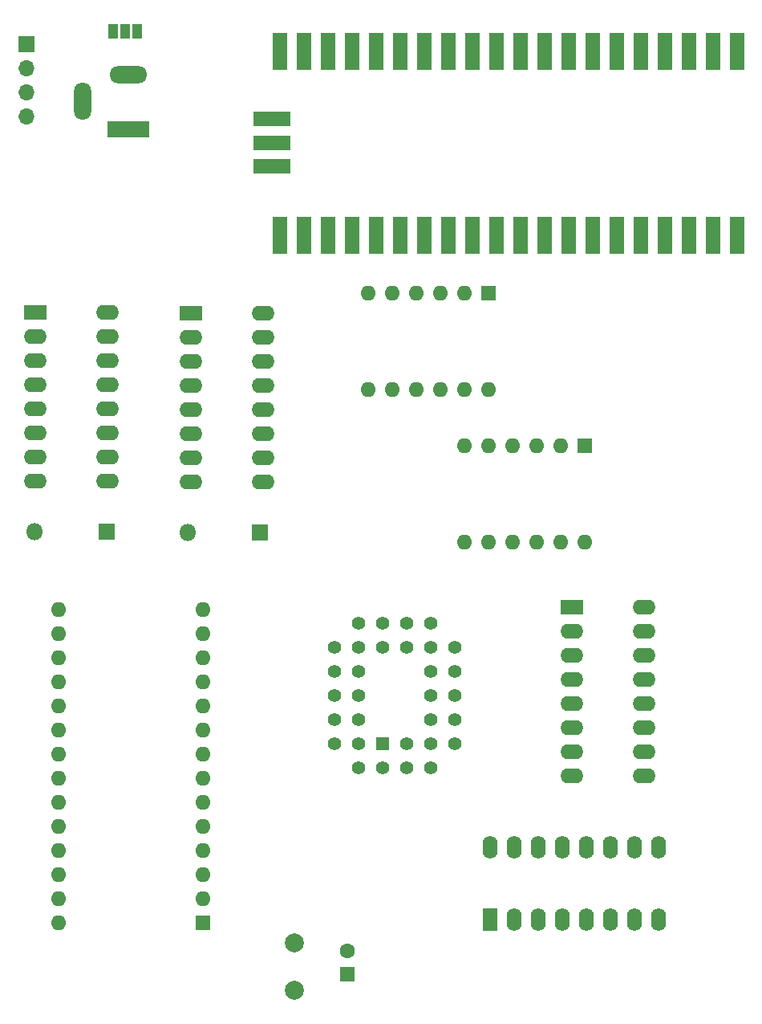
<source format=gbr>
%TF.GenerationSoftware,KiCad,Pcbnew,5.1.12-84ad8e8a86~92~ubuntu18.04.1*%
%TF.CreationDate,2023-06-26T22:09:47+02:00*%
%TF.ProjectId,PROGRAMMER-GLS27SF512,50524f47-5241-44d4-9d45-522d474c5332,1*%
%TF.SameCoordinates,Original*%
%TF.FileFunction,Soldermask,Bot*%
%TF.FilePolarity,Negative*%
%FSLAX46Y46*%
G04 Gerber Fmt 4.6, Leading zero omitted, Abs format (unit mm)*
G04 Created by KiCad (PCBNEW 5.1.12-84ad8e8a86~92~ubuntu18.04.1) date 2023-06-26 22:09:47*
%MOMM*%
%LPD*%
G01*
G04 APERTURE LIST*
%ADD10R,1.000000X1.500000*%
%ADD11O,1.600000X1.600000*%
%ADD12R,1.600000X1.600000*%
%ADD13C,2.000000*%
%ADD14C,1.600000*%
%ADD15C,1.422400*%
%ADD16R,1.422400X1.422400*%
%ADD17R,1.800000X1.800000*%
%ADD18O,1.800000X1.800000*%
%ADD19O,1.800000X4.000000*%
%ADD20O,4.000000X1.800000*%
%ADD21R,4.400000X1.800000*%
%ADD22R,1.700000X1.700000*%
%ADD23O,1.700000X1.700000*%
%ADD24R,2.400000X1.600000*%
%ADD25O,2.400000X1.600000*%
%ADD26R,1.524000X3.990000*%
%ADD27R,3.990000X1.524000*%
%ADD28O,1.600000X2.400000*%
%ADD29R,1.600000X2.400000*%
G04 APERTURE END LIST*
D10*
%TO.C,JP101*%
X77059000Y-58039000D03*
X75759000Y-58039000D03*
X78359000Y-58039000D03*
%TD*%
D11*
%TO.C,U108*%
X120472200Y-111963200D03*
X117932200Y-111963200D03*
X115392200Y-111963200D03*
X112852200Y-111963200D03*
X112852200Y-101803200D03*
X115392200Y-101803200D03*
X117932200Y-101803200D03*
X120472200Y-101803200D03*
X125552200Y-111963200D03*
X123012200Y-101803200D03*
X123012200Y-111963200D03*
D12*
X125552200Y-101803200D03*
%TD*%
D11*
%TO.C,U104*%
X110312200Y-95808800D03*
X107772200Y-95808800D03*
X105232200Y-95808800D03*
X102692200Y-95808800D03*
X102692200Y-85648800D03*
X105232200Y-85648800D03*
X107772200Y-85648800D03*
X110312200Y-85648800D03*
X115392200Y-95808800D03*
X112852200Y-85648800D03*
X112852200Y-95808800D03*
D12*
X115392200Y-85648800D03*
%TD*%
D13*
%TO.C,C102*%
X94970600Y-159152600D03*
X94970600Y-154152600D03*
%TD*%
D14*
%TO.C,C101*%
X100507800Y-154980000D03*
D12*
X100507800Y-157480000D03*
%TD*%
D15*
%TO.C,U105*%
X99161600Y-133197600D03*
X99161600Y-130657600D03*
X99161600Y-128117600D03*
X99161600Y-125577600D03*
X101701600Y-130657600D03*
X101701600Y-128117600D03*
X101701600Y-125577600D03*
X101701600Y-123037600D03*
X101701600Y-120497600D03*
X104241600Y-120497600D03*
X106781600Y-120497600D03*
X109321600Y-120497600D03*
X99161600Y-123037600D03*
X104241600Y-123037600D03*
X106781600Y-123037600D03*
X109321600Y-123037600D03*
X111861600Y-123037600D03*
X111861600Y-125577600D03*
X111861600Y-128117600D03*
X111861600Y-130657600D03*
X111861600Y-133197600D03*
X109321600Y-125577600D03*
X109321600Y-128117600D03*
X109321600Y-130657600D03*
X109321600Y-133197600D03*
X101701600Y-135737600D03*
X104241600Y-135737600D03*
X109321600Y-135737600D03*
X106781600Y-135737600D03*
X101701600Y-133197600D03*
X106781600Y-133197600D03*
D16*
X104241600Y-133197600D03*
%TD*%
D17*
%TO.C,D105*%
X75082400Y-110845600D03*
D18*
X67462400Y-110845600D03*
%TD*%
%TO.C,D106*%
X83642200Y-110871000D03*
D17*
X91262200Y-110871000D03*
%TD*%
D19*
%TO.C,J101*%
X72568400Y-65427600D03*
D20*
X77368400Y-62627600D03*
D21*
X77368400Y-68427600D03*
%TD*%
D22*
%TO.C,J102*%
X66624200Y-59461400D03*
D23*
X66624200Y-62001400D03*
X66624200Y-64541400D03*
X66624200Y-67081400D03*
%TD*%
D24*
%TO.C,K101*%
X67614800Y-87706200D03*
D25*
X75234800Y-105486200D03*
X67614800Y-90246200D03*
X75234800Y-102946200D03*
X67614800Y-92786200D03*
X75234800Y-100406200D03*
X67614800Y-95326200D03*
X75234800Y-97866200D03*
X67614800Y-97866200D03*
X75234800Y-95326200D03*
X67614800Y-100406200D03*
X75234800Y-92786200D03*
X67614800Y-102946200D03*
X75234800Y-90246200D03*
X67614800Y-105486200D03*
X75234800Y-87706200D03*
%TD*%
%TO.C,K102*%
X91592400Y-87757000D03*
X83972400Y-105537000D03*
X91592400Y-90297000D03*
X83972400Y-102997000D03*
X91592400Y-92837000D03*
X83972400Y-100457000D03*
X91592400Y-95377000D03*
X83972400Y-97917000D03*
X91592400Y-97917000D03*
X83972400Y-95377000D03*
X91592400Y-100457000D03*
X83972400Y-92837000D03*
X91592400Y-102997000D03*
X83972400Y-90297000D03*
X91592400Y-105537000D03*
D24*
X83972400Y-87757000D03*
%TD*%
D26*
%TO.C,U101*%
X141630400Y-60195400D03*
X139090400Y-60195400D03*
X136550400Y-60195400D03*
X134010400Y-60195400D03*
X131470400Y-60195400D03*
X128930400Y-60195400D03*
X126390400Y-60195400D03*
X123850400Y-60195400D03*
X121310400Y-60195400D03*
X118770400Y-60195400D03*
X116230400Y-60195400D03*
X113690400Y-60195400D03*
X111150400Y-60195400D03*
X108610400Y-60195400D03*
X106070400Y-60195400D03*
X103530400Y-60195400D03*
X100990400Y-60195400D03*
X98450400Y-60195400D03*
X95910400Y-60195400D03*
X93370400Y-60195400D03*
X93370400Y-79555400D03*
X95910400Y-79555400D03*
X98450400Y-79555400D03*
X100990400Y-79555400D03*
X103530400Y-79555400D03*
X106070400Y-79555400D03*
X108610400Y-79555400D03*
X111150400Y-79555400D03*
X113690400Y-79555400D03*
X116230400Y-79555400D03*
X118770400Y-79555400D03*
X121310400Y-79555400D03*
X123850400Y-79555400D03*
X126390400Y-79555400D03*
X128930400Y-79555400D03*
X131470400Y-79555400D03*
X134010400Y-79555400D03*
X136550400Y-79555400D03*
X139090400Y-79555400D03*
X141630400Y-79555400D03*
D27*
X92580400Y-67335400D03*
X92580400Y-69875400D03*
X92580400Y-72288400D03*
%TD*%
D24*
%TO.C,U102*%
X124206000Y-118795800D03*
D25*
X131826000Y-136575800D03*
X124206000Y-121335800D03*
X131826000Y-134035800D03*
X124206000Y-123875800D03*
X131826000Y-131495800D03*
X124206000Y-126415800D03*
X131826000Y-128955800D03*
X124206000Y-128955800D03*
X131826000Y-126415800D03*
X124206000Y-131495800D03*
X131826000Y-123875800D03*
X124206000Y-134035800D03*
X131826000Y-121335800D03*
X124206000Y-136575800D03*
X131826000Y-118795800D03*
%TD*%
D28*
%TO.C,U103*%
X115570000Y-144119600D03*
X133350000Y-151739600D03*
X118110000Y-144119600D03*
X130810000Y-151739600D03*
X120650000Y-144119600D03*
X128270000Y-151739600D03*
X123190000Y-144119600D03*
X125730000Y-151739600D03*
X125730000Y-144119600D03*
X123190000Y-151739600D03*
X128270000Y-144119600D03*
X120650000Y-151739600D03*
X130810000Y-144119600D03*
X118110000Y-151739600D03*
X133350000Y-144119600D03*
D29*
X115570000Y-151739600D03*
%TD*%
D12*
%TO.C,U107*%
X85293200Y-152069800D03*
D11*
X70053200Y-119049800D03*
X85293200Y-149529800D03*
X70053200Y-121589800D03*
X85293200Y-146989800D03*
X70053200Y-124129800D03*
X85293200Y-144449800D03*
X70053200Y-126669800D03*
X85293200Y-141909800D03*
X70053200Y-129209800D03*
X85293200Y-139369800D03*
X70053200Y-131749800D03*
X85293200Y-136829800D03*
X70053200Y-134289800D03*
X85293200Y-134289800D03*
X70053200Y-136829800D03*
X85293200Y-131749800D03*
X70053200Y-139369800D03*
X85293200Y-129209800D03*
X70053200Y-141909800D03*
X85293200Y-126669800D03*
X70053200Y-144449800D03*
X85293200Y-124129800D03*
X70053200Y-146989800D03*
X85293200Y-121589800D03*
X70053200Y-149529800D03*
X85293200Y-119049800D03*
X70053200Y-152069800D03*
%TD*%
M02*

</source>
